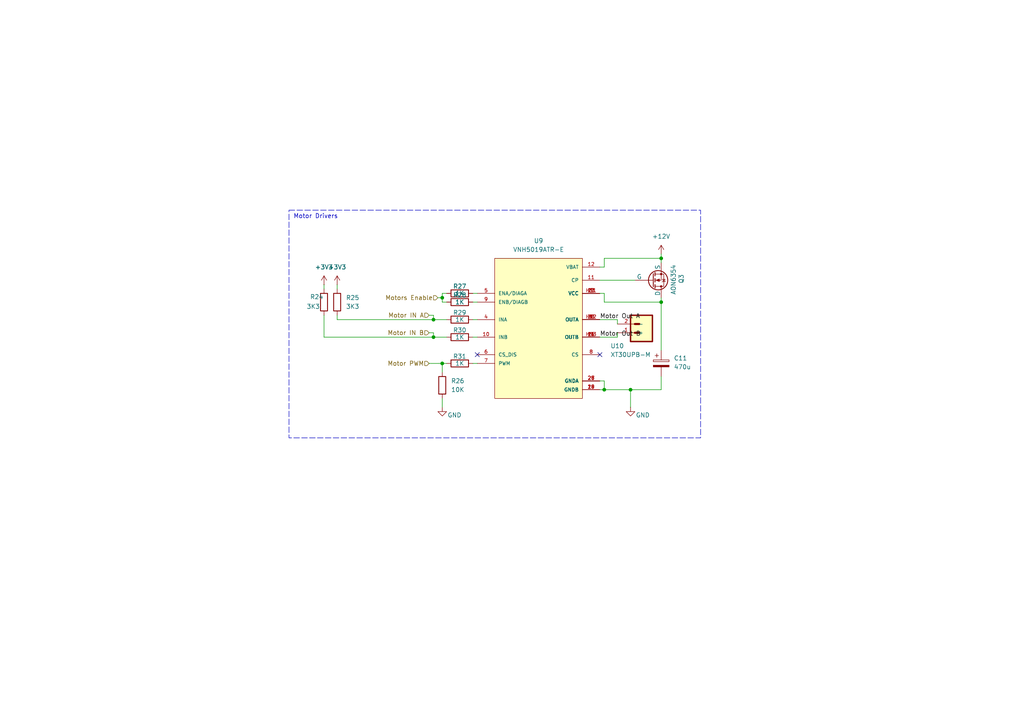
<source format=kicad_sch>
(kicad_sch (version 20250114) (generator "eeschema") (generator_version "9.0")
  (paper "A4")
  (lib_symbols
    (symbol "Device:C_Polarized" (pin_numbers (hide yes)) (pin_names (offset 0.254))
      (property "Reference" "C" (at 0.635 2.54 0))
      (property "Value" "C_Polarized" (at 0.635 -2.54 0))
      (symbol "C_Polarized_0_1"
        (rectangle (start -2.286 0.508) (end 2.286 1.016))
        (polyline (pts (xy -1.778 2.286) (xy -0.762 2.286)))
        (polyline (pts (xy -1.27 2.794) (xy -1.27 1.778)))
        (rectangle (start 2.286 -0.508) (end -2.286 -1.016) (fill (type outline)))
      )
      (symbol "C_Polarized_1_1"
        (pin passive line (at 0 3.81 270) (length 2.794) (name "~") (number "1"))
        (pin passive line (at 0 -3.81 90) (length 2.794) (name "~") (number "2"))
      )
    )
    (symbol "Device:R" (pin_numbers (hide yes)) (pin_names (offset 0))
      (property "Reference" "R" (at 2.032 0 90))
      (property "Value" "R" (at 0 0 90))
      (symbol "R_0_1"
        (rectangle (start -1.016 -2.54) (end 1.016 2.54) (stroke (width 0.254)))
      )
      (symbol "R_1_1"
        (pin passive line (at 0 3.81 270) (length 1.27) (name "~") (number "1"))
        (pin passive line (at 0 -3.81 90) (length 1.27) (name "~") (number "2"))
      )
    )
    (symbol "VNH5019ATR-E_1" (pin_names (offset 1.016))
      (property "Reference" "U1" (at 0 25.4 0))
      (property "Value" "VNH5019ATR-E" (at 0 22.86 0))
      (symbol "VNH5019ATR-E_1_0_0"
        (rectangle (start -12.7 -20.32) (end 12.7 20.32) (stroke (width 0.1524)) (fill (type background)))
        (pin input line (at -17.78 10.16 0) (length 5.08) (name "ENA/DIAGA") (number "5"))
        (pin input line (at -17.78 7.62 0) (length 5.08) (name "ENB/DIAGB") (number "9"))
        (pin input line (at -17.78 2.54 0) (length 5.08) (name "INA") (number "4"))
        (pin input line (at -17.78 -2.54 0) (length 5.08) (name "INB") (number "10"))
        (pin input line (at -17.78 -7.62 0) (length 5.08) (name "CS_DIS") (number "6"))
        (pin input line (at -17.78 -10.16 0) (length 5.08) (name "PWM") (number "7"))
        (pin power_in line (at 17.78 17.78 180) (length 5.08) (name "VBAT") (number "12"))
        (pin output line (at 17.78 13.97 180) (length 5.08) (name "CP") (number "11"))
        (pin power_in line (at 17.78 10.16 180) (length 5.08) (name "VCC") (number "13"))
        (pin power_in line (at 17.78 10.16 180) (length 5.08) (name "VCC") (number "23"))
        (pin power_in line (at 17.78 10.16 180) (length 5.08) (name "VCC") (number "3"))
        (pin power_in line (at 17.78 10.16 180) (length 5.08) (name "VCC") (number "HS1"))
        (pin output line (at 17.78 2.54 180) (length 5.08) (name "OUTA") (number "1"))
        (pin output line (at 17.78 2.54 180) (length 5.08) (name "OUTA") (number "25"))
        (pin output line (at 17.78 2.54 180) (length 5.08) (name "OUTA") (number "30"))
        (pin output line (at 17.78 2.54 180) (length 5.08) (name "OUTA") (number "HS2"))
        (pin output line (at 17.78 -2.54 180) (length 5.08) (name "OUTB") (number "15"))
        (pin output line (at 17.78 -2.54 180) (length 5.08) (name "OUTB") (number "16"))
        (pin output line (at 17.78 -2.54 180) (length 5.08) (name "OUTB") (number "21"))
        (pin output line (at 17.78 -2.54 180) (length 5.08) (name "OUTB") (number "HS3"))
        (pin output line (at 17.78 -7.62 180) (length 5.08) (name "CS") (number "8"))
        (pin power_in line (at 17.78 -15.24 180) (length 5.08) (name "GNDA") (number "26"))
        (pin power_in line (at 17.78 -15.24 180) (length 5.08) (name "GNDA") (number "27"))
        (pin power_in line (at 17.78 -15.24 180) (length 5.08) (name "GNDA") (number "28"))
        (pin power_in line (at 17.78 -17.78 180) (length 5.08) (name "GNDB") (number "18"))
        (pin power_in line (at 17.78 -17.78 180) (length 5.08) (name "GNDB") (number "19"))
        (pin power_in line (at 17.78 -17.78 180) (length 5.08) (name "GNDB") (number "20"))
      )
    )
    (symbol "XT30UPB-M_1" (pin_names (offset 1.016))
      (property "Reference" "U6" (at 0.635 10.16 0))
      (property "Value" "XT30UPB-M" (at 0.635 7.62 0))
      (symbol "XT30UPB-M_1_0_0"
        (rectangle (start -2.54 -2.54) (end 3.81 5.08) (stroke (width 0.4064)) (fill (type background)))
        (polyline (pts (xy 1.27 2.54) (xy 2.54 2.54)) (stroke (width 0.6096)))
        (polyline (pts (xy 1.27 0) (xy 2.54 0)) (stroke (width 0.6096)))
      )
      (symbol "XT30UPB-M_1_1_0"
        (pin passive line (at 7.62 2.54 180) (length 5.08) (name "+") (number "1"))
        (pin passive line (at 7.62 0 180) (length 5.08) (name "-") (number "2"))
      )
    )
    (symbol "power:+12V" (power) (pin_numbers (hide yes)) (pin_names (offset 0) (hide yes))
      (property "Value" "+12V" (at 0 3.556 0))
      (symbol "+12V_0_1"
        (polyline (pts (xy -0.762 1.27) (xy 0 2.54)))
        (polyline (pts (xy 0 2.54) (xy 0.762 1.27)))
        (polyline (pts (xy 0 0) (xy 0 2.54)))
      )
      (symbol "+12V_1_1"
        (pin power_in line (at 0 0 90) (length 0) (name "~") (number "1"))
      )
    )
    (symbol "power:+3V3" (power) (pin_numbers (hide yes)) (pin_names (offset 0) (hide yes))
      (property "Value" "+3V3" (at 0 3.556 0))
      (symbol "+3V3_0_1"
        (polyline (pts (xy -0.762 1.27) (xy 0 2.54)))
        (polyline (pts (xy 0 2.54) (xy 0.762 1.27)))
        (polyline (pts (xy 0 0) (xy 0 2.54)))
      )
      (symbol "+3V3_1_1"
        (pin power_in line (at 0 0 90) (length 0) (name "~") (number "1"))
      )
    )
    (symbol "power:GND" (power) (pin_numbers (hide yes)) (pin_names (offset 0) (hide yes))
      (property "Value" "GND" (at 0 -3.81 0))
      (symbol "GND_0_1"
        (polyline (pts (xy 0 0) (xy 0 -1.27) (xy 1.27 -1.27) (xy 0 -2.54) (xy -1.27 -1.27) (xy 0 -1.27)))
      )
      (symbol "GND_1_1"
        (pin power_in line (at 0 0 270) (length 0) (name "~") (number "1"))
      )
    )
    (symbol "vincent:AON6354" (pin_numbers (hide yes)) (pin_names (offset 0))
      (property "Reference" "Q" (at 10.16 1.27 0))
      (property "Value" "AON6354" (at 10.16 -1.27 0))
      (symbol "AON6354_0_1"
        (polyline (pts (xy 5.334 1.905) (xy 5.334 -1.905)) (stroke (width 0.254)))
        (polyline (pts (xy 5.334 0) (xy 2.54 0)))
        (polyline (pts (xy 5.842 2.286) (xy 5.842 1.27)) (stroke (width 0.254)))
        (polyline (pts (xy 5.842 0.508) (xy 5.842 -0.508)) (stroke (width 0.254)))
        (polyline (pts (xy 5.842 -1.27) (xy 5.842 -2.286)) (stroke (width 0.254)))
        (polyline (pts (xy 5.842 -1.778) (xy 8.382 -1.778) (xy 8.382 1.778) (xy 5.842 1.778)))
        (polyline (pts (xy 6.096 0) (xy 7.112 0.381) (xy 7.112 -0.381) (xy 6.096 0)) (fill (type outline)))
        (circle (center 6.731 0) (radius 2.794) (stroke (width 0.254)))
        (polyline (pts (xy 7.62 2.54) (xy 7.62 1.778)))
        (circle (center 7.62 1.778) (radius 0.254) (fill (type outline)))
        (circle (center 7.62 -1.778) (radius 0.254) (fill (type outline)))
        (polyline (pts (xy 7.62 -2.54) (xy 7.62 0) (xy 5.842 0)))
        (polyline (pts (xy 7.874 0.508) (xy 8.001 0.381) (xy 8.763 0.381) (xy 8.89 0.254)))
        (polyline (pts (xy 8.382 0.381) (xy 8.001 -0.254) (xy 8.763 -0.254) (xy 8.382 0.381)))
      )
      (symbol "AON6354_1_1"
        (pin input line (at 0 0 0) (length 2.54) (name "G") (number "4"))
        (pin passive line (at 7.62 5.08 270) (length 2.54) (name "D") (number "5"))
        (pin passive line (at 7.62 5.08 270) (length 2.54) (hide yes) (name "D") (number "6"))
        (pin passive line (at 7.62 5.08 270) (length 2.54) (hide yes) (name "D") (number "7"))
        (pin passive line (at 7.62 5.08 270) (length 2.54) (hide yes) (name "D") (number "8"))
        (pin passive line (at 7.62 5.08 270) (length 2.54) (hide yes) (name "D") (number "9"))
        (pin passive line (at 7.62 -5.08 90) (length 2.54) (name "S") (number "1"))
        (pin passive line (at 7.62 -5.08 90) (length 2.54) (hide yes) (name "S") (number "2"))
        (pin passive line (at 7.62 -5.08 90) (length 2.54) (hide yes) (name "S") (number "3"))
      )
    )
  )
  (rectangle (start 83.82 60.96) (end 203.2 127) (stroke (width 0) (type dash)))
  (text "Motor Drivers" (at 85.09 62.103 0) (effects (font (size 1.27 1.27)) (justify left top)))
  (junction (at 125.73 92.71))
  (junction (at 182.88 113.03))
  (junction (at 175.26 113.03))
  (junction (at 191.77 74.93))
  (junction (at 128.27 105.41))
  (junction (at 128.27 86.36))
  (junction (at 125.73 97.79))
  (junction (at 191.77 87.63))
  (no_connect (at 138.43 102.87))
  (no_connect (at 173.99 102.87))
  (wire (pts (xy 175.26 110.49) (xy 175.26 113.03)))
  (wire (pts (xy 175.26 113.03) (xy 182.88 113.03)))
  (wire (pts (xy 179.07 92.71) (xy 179.07 93.98)))
  (wire (pts (xy 128.27 118.11) (xy 128.27 115.57)))
  (wire (pts (xy 173.99 97.79) (xy 179.07 97.79)))
  (wire (pts (xy 127 86.36) (xy 128.27 86.36)))
  (wire (pts (xy 191.77 113.03) (xy 191.77 109.22)))
  (wire (pts (xy 125.73 92.71) (xy 129.54 92.71)))
  (wire (pts (xy 175.26 113.03) (xy 173.99 113.03)))
  (wire (pts (xy 128.27 87.63) (xy 129.54 87.63)))
  (wire (pts (xy 93.98 97.79) (xy 125.73 97.79)))
  (wire (pts (xy 173.99 77.47) (xy 175.26 77.47)))
  (wire (pts (xy 137.16 85.09) (xy 138.43 85.09)))
  (wire (pts (xy 129.54 85.09) (xy 128.27 85.09)))
  (wire (pts (xy 128.27 85.09) (xy 128.27 86.36)))
  (wire (pts (xy 175.26 74.93) (xy 191.77 74.93)))
  (wire (pts (xy 97.79 82.55) (xy 97.79 83.82)))
  (wire (pts (xy 97.79 91.44) (xy 97.79 92.71)))
  (wire (pts (xy 173.99 92.71) (xy 179.07 92.71)))
  (wire (pts (xy 125.73 91.44) (xy 125.73 92.71)))
  (wire (pts (xy 175.26 110.49) (xy 173.99 110.49)))
  (wire (pts (xy 128.27 105.41) (xy 129.54 105.41)))
  (wire (pts (xy 191.77 113.03) (xy 182.88 113.03)))
  (wire (pts (xy 175.26 87.63) (xy 191.77 87.63)))
  (wire (pts (xy 191.77 73.66) (xy 191.77 74.93)))
  (wire (pts (xy 97.79 92.71) (xy 125.73 92.71)))
  (wire (pts (xy 124.46 91.44) (xy 125.73 91.44)))
  (wire (pts (xy 175.26 77.47) (xy 175.26 74.93)))
  (wire (pts (xy 191.77 87.63) (xy 191.77 86.36)))
  (wire (pts (xy 191.77 74.93) (xy 191.77 76.2)))
  (wire (pts (xy 93.98 91.44) (xy 93.98 97.79)))
  (wire (pts (xy 125.73 96.52) (xy 125.73 97.79)))
  (wire (pts (xy 93.98 82.55) (xy 93.98 83.82)))
  (wire (pts (xy 179.07 97.79) (xy 179.07 96.52)))
  (wire (pts (xy 137.16 87.63) (xy 138.43 87.63)))
  (wire (pts (xy 128.27 86.36) (xy 128.27 87.63)))
  (wire (pts (xy 124.46 96.52) (xy 125.73 96.52)))
  (wire (pts (xy 173.99 85.09) (xy 175.26 85.09)))
  (wire (pts (xy 124.46 105.41) (xy 128.27 105.41)))
  (wire (pts (xy 191.77 87.63) (xy 191.77 101.6)))
  (wire (pts (xy 128.27 105.41) (xy 128.27 107.95)))
  (wire (pts (xy 182.88 113.03) (xy 182.88 118.11)))
  (wire (pts (xy 175.26 85.09) (xy 175.26 87.63)))
  (wire (pts (xy 137.16 97.79) (xy 138.43 97.79)))
  (wire (pts (xy 125.73 97.79) (xy 129.54 97.79)))
  (wire (pts (xy 137.16 92.71) (xy 138.43 92.71)))
  (wire (pts (xy 137.16 105.41) (xy 138.43 105.41)))
  (wire (pts (xy 173.99 81.28) (xy 184.15 81.28)))
  (label "Motor Out A" (at 173.99 92.71 0))
  (label "Motor Out B" (at 173.99 97.79 0))
  (hierarchical_label "Motor IN A" (shape input) (at 124.46 91.44 180))
  (hierarchical_label "Motor IN B" (shape input) (at 124.46 96.52 180))
  (hierarchical_label "Motors Enable" (shape input) (at 127 86.36 180))
  (hierarchical_label "Motor PWM" (shape input) (at 124.46 105.41 180))
  (symbol (lib_id "Device:R") (at 133.35 92.71 90) (unit 1)
    (property "Reference" "R13" (at 133.35 90.678 90))
    (property "Value" "1K" (at 133.35 92.71 90))
    (property "Footprint" "Resistor_SMD:R_0603_1608Metric" (effects (hide yes)))
    (instances (project "elec" (path "" (reference "R29") (unit 1)) (path "" (reference "R21") (unit 1)) (path "" (reference "R37") (unit 1)) (path "" (reference "R13") (unit 1))))
  )
  (symbol (lib_id "Device:C_Polarized") (at 191.77 105.41 0) (unit 1)
    (property "Reference" "C9" (at 195.4293 103.886 0) (effects (justify left)))
    (property "Value" "470u" (at 195.4293 106.426 0) (effects (justify left)))
    (property "Footprint" "Capacitor_THT:CP_Radial_D8.0mm_P3.50mm" (effects (hide yes)))
    (property "LCSC" "C5162352" (effects (hide yes)))
    (instances (project "elec" (path "" (reference "C11") (unit 1)) (path "" (reference "C10") (unit 1)) (path "" (reference "C12") (unit 1)) (path "" (reference "C9") (unit 1))))
  )
  (symbol (lib_id "power:+12V") (at 191.77 73.66 0) (unit 1)
    (property "Reference" "#PWR037" (effects (hide yes)))
    (property "Value" "+12V" (at 191.77 68.58 0))
    (instances (project "elec" (path "" (reference "#PWR047") (unit 1)) (path "" (reference "#PWR042") (unit 1)) (path "" (reference "#PWR052") (unit 1)) (path "" (reference "#PWR037") (unit 1))))
  )
  (symbol (lib_id "Device:R") (at 128.27 111.76 0) (unit 1)
    (property "Reference" "R10" (at 130.81 110.4899 0) (effects (justify left)))
    (property "Value" "10K" (at 130.81 113.0299 0) (effects (justify left)))
    (property "Footprint" "Resistor_SMD:R_0603_1608Metric" (effects (hide yes)))
    (instances (project "elec" (path "" (reference "R26") (unit 1)) (path "" (reference "R18") (unit 1)) (path "" (reference "R34") (unit 1)) (path "" (reference "R10") (unit 1))))
  )
  (symbol (lib_id "power:GND") (at 182.88 118.11 0) (unit 1)
    (property "Reference" "#PWR036" (effects (hide yes)))
    (property "Value" "GND" (at 186.436 120.396 0))
    (property "Description" "Power symbol creates a global label with name \"GND\" , ground" (effects (hide yes)))
    (instances (project "elec" (path "" (reference "#PWR046") (unit 1)) (path "" (reference "#PWR041") (unit 1)) (path "" (reference "#PWR051") (unit 1)) (path "" (reference "#PWR036") (unit 1))))
  )
  (symbol (lib_id "vincent:AON6354") (at 184.15 81.28 0) (mirror x) (unit 1)
    (property "Reference" "Q1" (at 197.612 79.502 90) (effects (justify left)))
    (property "Value" "AON6354" (at 195.326 76.7079 90) (effects (justify left)))
    (property "Footprint" "initium20:8-DFN (5x6)" (effects (hide yes)))
    (property "Datasheet" "https://aosmd.com/res/data_sheets/AON6354.pdf" (effects (hide yes)))
    (instances (project "elec" (path "" (reference "Q3") (unit 1)) (path "" (reference "Q2") (unit 1)) (path "" (reference "Q4") (unit 1)) (path "" (reference "Q1") (unit 1))))
  )
  (symbol (lib_id "Device:R") (at 133.35 105.41 90) (unit 1)
    (property "Reference" "R15" (at 133.35 103.378 90))
    (property "Value" "1K" (at 133.35 105.41 90))
    (property "Footprint" "Resistor_SMD:R_0603_1608Metric" (effects (hide yes)))
    (instances (project "elec" (path "" (reference "R31") (unit 1)) (path "" (reference "R23") (unit 1)) (path "" (reference "R39") (unit 1)) (path "" (reference "R15") (unit 1))))
  )
  (symbol (lib_id "power:GND") (at 128.27 118.11 0) (unit 1)
    (property "Reference" "#PWR035" (effects (hide yes)))
    (property "Value" "GND" (at 131.826 120.396 0))
    (property "Description" "Power symbol creates a global label with name \"GND\" , ground" (effects (hide yes)))
    (instances (project "elec" (path "" (reference "#PWR045") (unit 1)) (path "" (reference "#PWR040") (unit 1)) (path "" (reference "#PWR050") (unit 1)) (path "" (reference "#PWR035") (unit 1))))
  )
  (symbol (lib_id "power:+3V3") (at 93.98 82.55 0) (unit 1)
    (property "Reference" "#PWR033" (effects (hide yes)))
    (property "Value" "+3V3" (at 93.98 77.47 0))
    (property "Description" "Power symbol creates a global label with name \"+3V3\"" (effects (hide yes)))
    (instances (project "elec" (path "" (reference "#PWR043") (unit 1)) (path "" (reference "#PWR038") (unit 1)) (path "" (reference "#PWR048") (unit 1)) (path "" (reference "#PWR033") (unit 1))))
  )
  (symbol (lib_id "power:+3V3") (at 97.79 82.55 0) (unit 1)
    (property "Reference" "#PWR034" (effects (hide yes)))
    (property "Value" "+3V3" (at 97.79 77.47 0))
    (property "Description" "Power symbol creates a global label with name \"+3V3\"" (effects (hide yes)))
    (instances (project "elec" (path "" (reference "#PWR044") (unit 1)) (path "" (reference "#PWR039") (unit 1)) (path "" (reference "#PWR049") (unit 1)) (path "" (reference "#PWR034") (unit 1))))
  )
  (symbol (lib_id "Device:R") (at 93.98 87.63 180) (unit 1)
    (property "Reference" "R8" (at 89.916 86.106 0) (effects (justify right)))
    (property "Value" "3K3" (at 88.9 88.9 0) (effects (justify right)))
    (property "Footprint" "Resistor_SMD:R_0603_1608Metric" (effects (hide yes)))
    (instances (project "elec" (path "" (reference "R24") (unit 1)) (path "" (reference "R16") (unit 1)) (path "" (reference "R32") (unit 1)) (path "" (reference "R8") (unit 1))))
  )
  (symbol (lib_name "VNH5019ATR-E_1") (lib_id "VHN5019ATR-E:VNH5019ATR-E") (at 156.21 95.25 0) (unit 1)
    (property "Reference" "U5" (at 156.21 69.85 0))
    (property "Value" "VNH5019ATR-E" (at 156.21 72.39 0))
    (property "Footprint" "initium20:VNH5019ATR-E" (effects (hide yes)))
    (property "MF" "STMicroelectronics" (effects (hide yes)))
    (property "Description_1" "\n                        \n                            - Motor Driver Power MOSFET Parallel, PWM MultiPowerSO-30\n                        \n" (effects (hide yes)))
    (property "Package" "SOP-30 STMicroelectronics" (effects (hide yes)))
    (property "Price" "None" (effects (hide yes)))
    (property "Check_prices" "https://www.snapeda.com/parts/VNH5019ATR-E/STMicroelectronics/view-part/?ref=eda" (effects (hide yes)))
    (property "STANDARD" "Manufacturer Recommendation" (effects (hide yes)))
    (property "PARTREV" "11" (effects (hide yes)))
    (property "SnapEDA_Link" "https://www.snapeda.com/parts/VNH5019ATR-E/STMicroelectronics/view-part/?ref=snap" (effects (hide yes)))
    (property "MP" "VNH5019ATR-E" (effects (hide yes)))
    (property "Availability" "In Stock" (effects (hide yes)))
    (property "MANUFACTURER" "ST Microelectronics" (effects (hide yes)))
    (instances (project "elec" (path "" (reference "U9") (unit 1)) (path "" (reference "U7") (unit 1)) (path "" (reference "U11") (unit 1)) (path "" (reference "U5") (unit 1))))
  )
  (symbol (lib_id "Device:R") (at 133.35 97.79 90) (unit 1)
    (property "Reference" "R14" (at 133.35 95.758 90))
    (property "Value" "1K" (at 133.35 97.79 90))
    (property "Footprint" "Resistor_SMD:R_0603_1608Metric" (effects (hide yes)))
    (instances (project "elec" (path "" (reference "R30") (unit 1)) (path "" (reference "R22") (unit 1)) (path "" (reference "R38") (unit 1)) (path "" (reference "R14") (unit 1))))
  )
  (symbol (lib_id "Device:R") (at 133.35 87.63 90) (unit 1)
    (property "Reference" "R12" (at 133.35 85.598 90))
    (property "Value" "1K" (at 133.35 87.63 90))
    (property "Footprint" "Resistor_SMD:R_0603_1608Metric" (effects (hide yes)))
    (instances (project "elec" (path "" (reference "R28") (unit 1)) (path "" (reference "R20") (unit 1)) (path "" (reference "R36") (unit 1)) (path "" (reference "R12") (unit 1))))
  )
  (symbol (lib_id "Device:R") (at 97.79 87.63 180) (unit 1)
    (property "Reference" "R9" (at 100.33 86.36 0) (effects (justify right)))
    (property "Value" "3K3" (at 100.33 88.9 0) (effects (justify right)))
    (property "Footprint" "Resistor_SMD:R_0603_1608Metric" (effects (hide yes)))
    (instances (project "elec" (path "" (reference "R25") (unit 1)) (path "" (reference "R17") (unit 1)) (path "" (reference "R33") (unit 1)) (path "" (reference "R9") (unit 1))))
  )
  (symbol (lib_id "Device:R") (at 133.35 85.09 90) (unit 1)
    (property "Reference" "R11" (at 133.35 83.058 90))
    (property "Value" "1K" (at 133.35 85.09 90))
    (property "Footprint" "Resistor_SMD:R_0603_1608Metric" (effects (hide yes)))
    (instances (project "elec" (path "" (reference "R27") (unit 1)) (path "" (reference "R19") (unit 1)) (path "" (reference "R35") (unit 1)) (path "" (reference "R11") (unit 1))))
  )
  (symbol (lib_name "XT30UPB-M_1") (lib_id "amass xt 30:XT30UPB-M") (at 186.69 93.98 180) (unit 1)
    (property "Reference" "U6" (at 177.038 100.33 0) (effects (justify right)))
    (property "Value" "XT30UPB-M" (at 177.038 102.87 0) (effects (justify right)))
    (property "Footprint" "Connector_AMASS:AMASS_XT30UPB-M_1x02_P5.0mm_Vertical" (effects (hide yes)))
    (property "MF" "amass" (effects (hide yes)))
    (property "Description_1" "\n                        \n                            Socket; DC supply; XT30; male; PIN: 2; on PCBs; THT; yellow; 15A; 500V\n                        \n" (effects (hide yes)))
    (property "Package" "None" (effects (hide yes)))
    (property "Price" "None" (effects (hide yes)))
    (property "SnapEDA_Link" "https://www.snapeda.com/parts/XT30UPB-M/AMASS/view-part/?ref=snap" (effects (hide yes)))
    (property "MP" "XT30UPB-M" (effects (hide yes)))
    (property "Availability" "Not in stock" (effects (hide yes)))
    (property "Check_prices" "https://www.snapeda.com/parts/XT30UPB-M/AMASS/view-part/?ref=eda" (effects (hide yes)))
    (instances (project "elec" (path "" (reference "U10") (unit 1)) (path "" (reference "U8") (unit 1)) (path "" (reference "U12") (unit 1)) (path "" (reference "U6") (unit 1))))
  )
)
</source>
